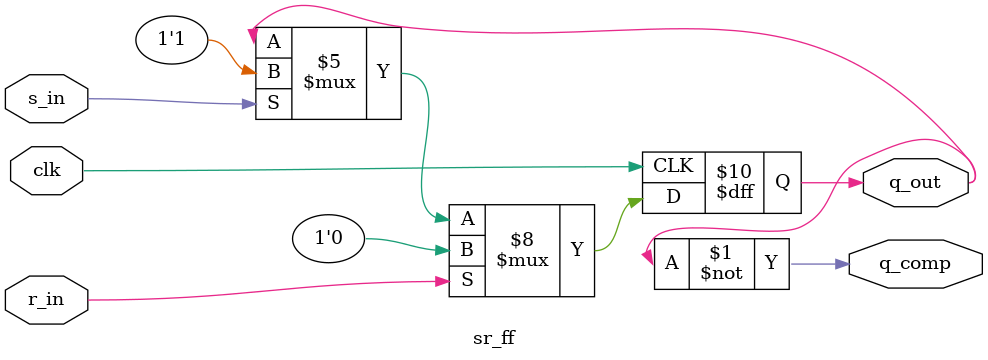
<source format=v>
module sr_ff(
    input clk, s_in, r_in,
    output reg q_out,
    output q_comp
    );

    assign q_comp = ~(q_out);

    always @(posedge clk)begin

        if (r_in == 1'b1)begin
            q_out <= 1'b0;
        end else if (s_in == 1'b1)begin
            q_out <= 1'b1;
        end
    end
endmodule
</source>
